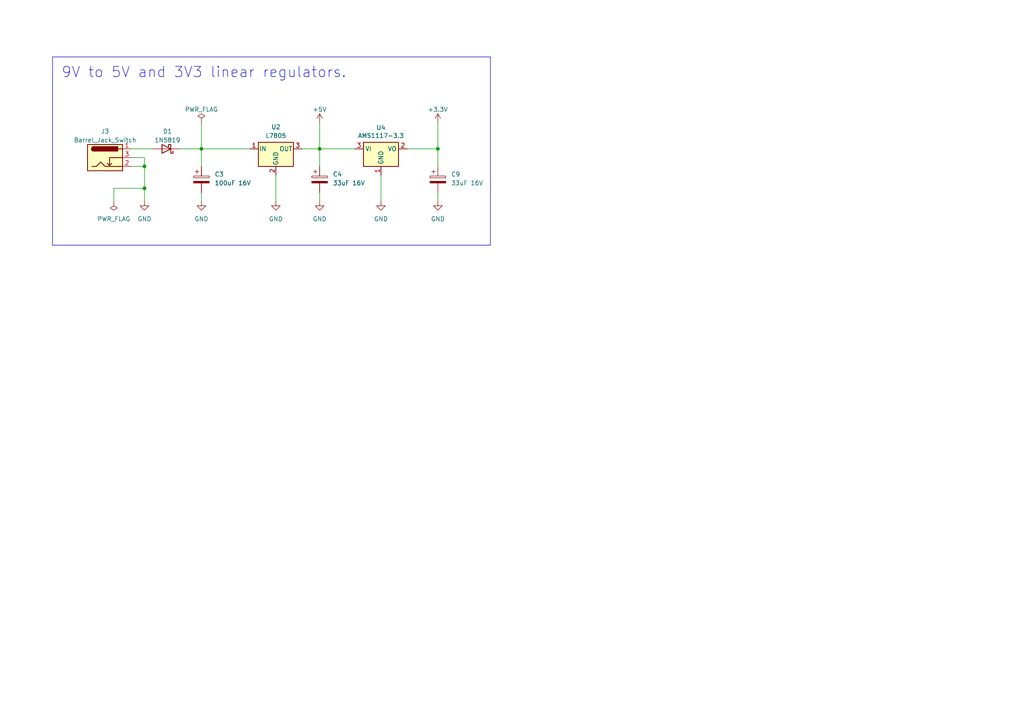
<source format=kicad_sch>
(kicad_sch (version 20230121) (generator eeschema)

  (uuid f0079e69-9784-4242-a0fc-da1ddfe90ef0)

  (paper "A4")

  (title_block
    (title "AT90S8535 demo board")
    (date "2023-04-01")
    (rev "V1.0")
    (company "https://github.com/atoomnetmarc/AVR-demo-board")
    (comment 1 "Apache License, version 2.0")
  )

  (lib_symbols
    (symbol "Connector:Barrel_Jack_Switch" (pin_names hide) (in_bom yes) (on_board yes)
      (property "Reference" "J" (at 0 5.334 0)
        (effects (font (size 1.27 1.27)))
      )
      (property "Value" "Barrel_Jack_Switch" (at 0 -5.08 0)
        (effects (font (size 1.27 1.27)))
      )
      (property "Footprint" "" (at 1.27 -1.016 0)
        (effects (font (size 1.27 1.27)) hide)
      )
      (property "Datasheet" "~" (at 1.27 -1.016 0)
        (effects (font (size 1.27 1.27)) hide)
      )
      (property "ki_keywords" "DC power barrel jack connector" (at 0 0 0)
        (effects (font (size 1.27 1.27)) hide)
      )
      (property "ki_description" "DC Barrel Jack with an internal switch" (at 0 0 0)
        (effects (font (size 1.27 1.27)) hide)
      )
      (property "ki_fp_filters" "BarrelJack*" (at 0 0 0)
        (effects (font (size 1.27 1.27)) hide)
      )
      (symbol "Barrel_Jack_Switch_0_1"
        (rectangle (start -5.08 3.81) (end 5.08 -3.81)
          (stroke (width 0.254) (type default))
          (fill (type background))
        )
        (arc (start -3.302 3.175) (mid -3.9343 2.54) (end -3.302 1.905)
          (stroke (width 0.254) (type default))
          (fill (type none))
        )
        (arc (start -3.302 3.175) (mid -3.9343 2.54) (end -3.302 1.905)
          (stroke (width 0.254) (type default))
          (fill (type outline))
        )
        (polyline
          (pts
            (xy 1.27 -2.286)
            (xy 1.905 -1.651)
          )
          (stroke (width 0.254) (type default))
          (fill (type none))
        )
        (polyline
          (pts
            (xy 5.08 2.54)
            (xy 3.81 2.54)
          )
          (stroke (width 0.254) (type default))
          (fill (type none))
        )
        (polyline
          (pts
            (xy 5.08 0)
            (xy 1.27 0)
            (xy 1.27 -2.286)
            (xy 0.635 -1.651)
          )
          (stroke (width 0.254) (type default))
          (fill (type none))
        )
        (polyline
          (pts
            (xy -3.81 -2.54)
            (xy -2.54 -2.54)
            (xy -1.27 -1.27)
            (xy 0 -2.54)
            (xy 2.54 -2.54)
            (xy 5.08 -2.54)
          )
          (stroke (width 0.254) (type default))
          (fill (type none))
        )
        (rectangle (start 3.683 3.175) (end -3.302 1.905)
          (stroke (width 0.254) (type default))
          (fill (type outline))
        )
      )
      (symbol "Barrel_Jack_Switch_1_1"
        (pin passive line (at 7.62 2.54 180) (length 2.54)
          (name "~" (effects (font (size 1.27 1.27))))
          (number "1" (effects (font (size 1.27 1.27))))
        )
        (pin passive line (at 7.62 -2.54 180) (length 2.54)
          (name "~" (effects (font (size 1.27 1.27))))
          (number "2" (effects (font (size 1.27 1.27))))
        )
        (pin passive line (at 7.62 0 180) (length 2.54)
          (name "~" (effects (font (size 1.27 1.27))))
          (number "3" (effects (font (size 1.27 1.27))))
        )
      )
    )
    (symbol "Device:C_Polarized" (pin_numbers hide) (pin_names (offset 0.254)) (in_bom yes) (on_board yes)
      (property "Reference" "C" (at 0.635 2.54 0)
        (effects (font (size 1.27 1.27)) (justify left))
      )
      (property "Value" "C_Polarized" (at 0.635 -2.54 0)
        (effects (font (size 1.27 1.27)) (justify left))
      )
      (property "Footprint" "" (at 0.9652 -3.81 0)
        (effects (font (size 1.27 1.27)) hide)
      )
      (property "Datasheet" "~" (at 0 0 0)
        (effects (font (size 1.27 1.27)) hide)
      )
      (property "ki_keywords" "cap capacitor" (at 0 0 0)
        (effects (font (size 1.27 1.27)) hide)
      )
      (property "ki_description" "Polarized capacitor" (at 0 0 0)
        (effects (font (size 1.27 1.27)) hide)
      )
      (property "ki_fp_filters" "CP_*" (at 0 0 0)
        (effects (font (size 1.27 1.27)) hide)
      )
      (symbol "C_Polarized_0_1"
        (rectangle (start -2.286 0.508) (end 2.286 1.016)
          (stroke (width 0) (type default))
          (fill (type none))
        )
        (polyline
          (pts
            (xy -1.778 2.286)
            (xy -0.762 2.286)
          )
          (stroke (width 0) (type default))
          (fill (type none))
        )
        (polyline
          (pts
            (xy -1.27 2.794)
            (xy -1.27 1.778)
          )
          (stroke (width 0) (type default))
          (fill (type none))
        )
        (rectangle (start 2.286 -0.508) (end -2.286 -1.016)
          (stroke (width 0) (type default))
          (fill (type outline))
        )
      )
      (symbol "C_Polarized_1_1"
        (pin passive line (at 0 3.81 270) (length 2.794)
          (name "~" (effects (font (size 1.27 1.27))))
          (number "1" (effects (font (size 1.27 1.27))))
        )
        (pin passive line (at 0 -3.81 90) (length 2.794)
          (name "~" (effects (font (size 1.27 1.27))))
          (number "2" (effects (font (size 1.27 1.27))))
        )
      )
    )
    (symbol "Diode:1N5819" (pin_numbers hide) (pin_names (offset 1.016) hide) (in_bom yes) (on_board yes)
      (property "Reference" "D" (at 0 2.54 0)
        (effects (font (size 1.27 1.27)))
      )
      (property "Value" "1N5819" (at 0 -2.54 0)
        (effects (font (size 1.27 1.27)))
      )
      (property "Footprint" "Diode_THT:D_DO-41_SOD81_P10.16mm_Horizontal" (at 0 -4.445 0)
        (effects (font (size 1.27 1.27)) hide)
      )
      (property "Datasheet" "http://www.vishay.com/docs/88525/1n5817.pdf" (at 0 0 0)
        (effects (font (size 1.27 1.27)) hide)
      )
      (property "ki_keywords" "diode Schottky" (at 0 0 0)
        (effects (font (size 1.27 1.27)) hide)
      )
      (property "ki_description" "40V 1A Schottky Barrier Rectifier Diode, DO-41" (at 0 0 0)
        (effects (font (size 1.27 1.27)) hide)
      )
      (property "ki_fp_filters" "D*DO?41*" (at 0 0 0)
        (effects (font (size 1.27 1.27)) hide)
      )
      (symbol "1N5819_0_1"
        (polyline
          (pts
            (xy 1.27 0)
            (xy -1.27 0)
          )
          (stroke (width 0) (type default))
          (fill (type none))
        )
        (polyline
          (pts
            (xy 1.27 1.27)
            (xy 1.27 -1.27)
            (xy -1.27 0)
            (xy 1.27 1.27)
          )
          (stroke (width 0.254) (type default))
          (fill (type none))
        )
        (polyline
          (pts
            (xy -1.905 0.635)
            (xy -1.905 1.27)
            (xy -1.27 1.27)
            (xy -1.27 -1.27)
            (xy -0.635 -1.27)
            (xy -0.635 -0.635)
          )
          (stroke (width 0.254) (type default))
          (fill (type none))
        )
      )
      (symbol "1N5819_1_1"
        (pin passive line (at -3.81 0 0) (length 2.54)
          (name "K" (effects (font (size 1.27 1.27))))
          (number "1" (effects (font (size 1.27 1.27))))
        )
        (pin passive line (at 3.81 0 180) (length 2.54)
          (name "A" (effects (font (size 1.27 1.27))))
          (number "2" (effects (font (size 1.27 1.27))))
        )
      )
    )
    (symbol "Regulator_Linear:AMS1117-3.3" (in_bom yes) (on_board yes)
      (property "Reference" "U" (at -3.81 3.175 0)
        (effects (font (size 1.27 1.27)))
      )
      (property "Value" "AMS1117-3.3" (at 0 3.175 0)
        (effects (font (size 1.27 1.27)) (justify left))
      )
      (property "Footprint" "Package_TO_SOT_SMD:SOT-223-3_TabPin2" (at 0 5.08 0)
        (effects (font (size 1.27 1.27)) hide)
      )
      (property "Datasheet" "http://www.advanced-monolithic.com/pdf/ds1117.pdf" (at 2.54 -6.35 0)
        (effects (font (size 1.27 1.27)) hide)
      )
      (property "ki_keywords" "linear regulator ldo fixed positive" (at 0 0 0)
        (effects (font (size 1.27 1.27)) hide)
      )
      (property "ki_description" "1A Low Dropout regulator, positive, 3.3V fixed output, SOT-223" (at 0 0 0)
        (effects (font (size 1.27 1.27)) hide)
      )
      (property "ki_fp_filters" "SOT?223*TabPin2*" (at 0 0 0)
        (effects (font (size 1.27 1.27)) hide)
      )
      (symbol "AMS1117-3.3_0_1"
        (rectangle (start -5.08 -5.08) (end 5.08 1.905)
          (stroke (width 0.254) (type default))
          (fill (type background))
        )
      )
      (symbol "AMS1117-3.3_1_1"
        (pin power_in line (at 0 -7.62 90) (length 2.54)
          (name "GND" (effects (font (size 1.27 1.27))))
          (number "1" (effects (font (size 1.27 1.27))))
        )
        (pin power_out line (at 7.62 0 180) (length 2.54)
          (name "VO" (effects (font (size 1.27 1.27))))
          (number "2" (effects (font (size 1.27 1.27))))
        )
        (pin power_in line (at -7.62 0 0) (length 2.54)
          (name "VI" (effects (font (size 1.27 1.27))))
          (number "3" (effects (font (size 1.27 1.27))))
        )
      )
    )
    (symbol "Regulator_Linear:L7805" (pin_names (offset 0.254)) (in_bom yes) (on_board yes)
      (property "Reference" "U" (at -3.81 3.175 0)
        (effects (font (size 1.27 1.27)))
      )
      (property "Value" "L7805" (at 0 3.175 0)
        (effects (font (size 1.27 1.27)) (justify left))
      )
      (property "Footprint" "" (at 0.635 -3.81 0)
        (effects (font (size 1.27 1.27) italic) (justify left) hide)
      )
      (property "Datasheet" "http://www.st.com/content/ccc/resource/technical/document/datasheet/41/4f/b3/b0/12/d4/47/88/CD00000444.pdf/files/CD00000444.pdf/jcr:content/translations/en.CD00000444.pdf" (at 0 -1.27 0)
        (effects (font (size 1.27 1.27)) hide)
      )
      (property "ki_keywords" "Voltage Regulator 1.5A Positive" (at 0 0 0)
        (effects (font (size 1.27 1.27)) hide)
      )
      (property "ki_description" "Positive 1.5A 35V Linear Regulator, Fixed Output 5V, TO-220/TO-263/TO-252" (at 0 0 0)
        (effects (font (size 1.27 1.27)) hide)
      )
      (property "ki_fp_filters" "TO?252* TO?263* TO?220*" (at 0 0 0)
        (effects (font (size 1.27 1.27)) hide)
      )
      (symbol "L7805_0_1"
        (rectangle (start -5.08 1.905) (end 5.08 -5.08)
          (stroke (width 0.254) (type default))
          (fill (type background))
        )
      )
      (symbol "L7805_1_1"
        (pin power_in line (at -7.62 0 0) (length 2.54)
          (name "IN" (effects (font (size 1.27 1.27))))
          (number "1" (effects (font (size 1.27 1.27))))
        )
        (pin power_in line (at 0 -7.62 90) (length 2.54)
          (name "GND" (effects (font (size 1.27 1.27))))
          (number "2" (effects (font (size 1.27 1.27))))
        )
        (pin power_out line (at 7.62 0 180) (length 2.54)
          (name "OUT" (effects (font (size 1.27 1.27))))
          (number "3" (effects (font (size 1.27 1.27))))
        )
      )
    )
    (symbol "power:+3.3V" (power) (pin_names (offset 0)) (in_bom yes) (on_board yes)
      (property "Reference" "#PWR" (at 0 -3.81 0)
        (effects (font (size 1.27 1.27)) hide)
      )
      (property "Value" "+3.3V" (at 0 3.556 0)
        (effects (font (size 1.27 1.27)))
      )
      (property "Footprint" "" (at 0 0 0)
        (effects (font (size 1.27 1.27)) hide)
      )
      (property "Datasheet" "" (at 0 0 0)
        (effects (font (size 1.27 1.27)) hide)
      )
      (property "ki_keywords" "global power" (at 0 0 0)
        (effects (font (size 1.27 1.27)) hide)
      )
      (property "ki_description" "Power symbol creates a global label with name \"+3.3V\"" (at 0 0 0)
        (effects (font (size 1.27 1.27)) hide)
      )
      (symbol "+3.3V_0_1"
        (polyline
          (pts
            (xy -0.762 1.27)
            (xy 0 2.54)
          )
          (stroke (width 0) (type default))
          (fill (type none))
        )
        (polyline
          (pts
            (xy 0 0)
            (xy 0 2.54)
          )
          (stroke (width 0) (type default))
          (fill (type none))
        )
        (polyline
          (pts
            (xy 0 2.54)
            (xy 0.762 1.27)
          )
          (stroke (width 0) (type default))
          (fill (type none))
        )
      )
      (symbol "+3.3V_1_1"
        (pin power_in line (at 0 0 90) (length 0) hide
          (name "+3.3V" (effects (font (size 1.27 1.27))))
          (number "1" (effects (font (size 1.27 1.27))))
        )
      )
    )
    (symbol "power:+5V" (power) (pin_names (offset 0)) (in_bom yes) (on_board yes)
      (property "Reference" "#PWR" (at 0 -3.81 0)
        (effects (font (size 1.27 1.27)) hide)
      )
      (property "Value" "+5V" (at 0 3.556 0)
        (effects (font (size 1.27 1.27)))
      )
      (property "Footprint" "" (at 0 0 0)
        (effects (font (size 1.27 1.27)) hide)
      )
      (property "Datasheet" "" (at 0 0 0)
        (effects (font (size 1.27 1.27)) hide)
      )
      (property "ki_keywords" "global power" (at 0 0 0)
        (effects (font (size 1.27 1.27)) hide)
      )
      (property "ki_description" "Power symbol creates a global label with name \"+5V\"" (at 0 0 0)
        (effects (font (size 1.27 1.27)) hide)
      )
      (symbol "+5V_0_1"
        (polyline
          (pts
            (xy -0.762 1.27)
            (xy 0 2.54)
          )
          (stroke (width 0) (type default))
          (fill (type none))
        )
        (polyline
          (pts
            (xy 0 0)
            (xy 0 2.54)
          )
          (stroke (width 0) (type default))
          (fill (type none))
        )
        (polyline
          (pts
            (xy 0 2.54)
            (xy 0.762 1.27)
          )
          (stroke (width 0) (type default))
          (fill (type none))
        )
      )
      (symbol "+5V_1_1"
        (pin power_in line (at 0 0 90) (length 0) hide
          (name "+5V" (effects (font (size 1.27 1.27))))
          (number "1" (effects (font (size 1.27 1.27))))
        )
      )
    )
    (symbol "power:GND" (power) (pin_names (offset 0)) (in_bom yes) (on_board yes)
      (property "Reference" "#PWR" (at 0 -6.35 0)
        (effects (font (size 1.27 1.27)) hide)
      )
      (property "Value" "GND" (at 0 -3.81 0)
        (effects (font (size 1.27 1.27)))
      )
      (property "Footprint" "" (at 0 0 0)
        (effects (font (size 1.27 1.27)) hide)
      )
      (property "Datasheet" "" (at 0 0 0)
        (effects (font (size 1.27 1.27)) hide)
      )
      (property "ki_keywords" "global power" (at 0 0 0)
        (effects (font (size 1.27 1.27)) hide)
      )
      (property "ki_description" "Power symbol creates a global label with name \"GND\" , ground" (at 0 0 0)
        (effects (font (size 1.27 1.27)) hide)
      )
      (symbol "GND_0_1"
        (polyline
          (pts
            (xy 0 0)
            (xy 0 -1.27)
            (xy 1.27 -1.27)
            (xy 0 -2.54)
            (xy -1.27 -1.27)
            (xy 0 -1.27)
          )
          (stroke (width 0) (type default))
          (fill (type none))
        )
      )
      (symbol "GND_1_1"
        (pin power_in line (at 0 0 270) (length 0) hide
          (name "GND" (effects (font (size 1.27 1.27))))
          (number "1" (effects (font (size 1.27 1.27))))
        )
      )
    )
    (symbol "power:PWR_FLAG" (power) (pin_numbers hide) (pin_names (offset 0) hide) (in_bom yes) (on_board yes)
      (property "Reference" "#FLG" (at 0 1.905 0)
        (effects (font (size 1.27 1.27)) hide)
      )
      (property "Value" "PWR_FLAG" (at 0 3.81 0)
        (effects (font (size 1.27 1.27)))
      )
      (property "Footprint" "" (at 0 0 0)
        (effects (font (size 1.27 1.27)) hide)
      )
      (property "Datasheet" "~" (at 0 0 0)
        (effects (font (size 1.27 1.27)) hide)
      )
      (property "ki_keywords" "flag power" (at 0 0 0)
        (effects (font (size 1.27 1.27)) hide)
      )
      (property "ki_description" "Special symbol for telling ERC where power comes from" (at 0 0 0)
        (effects (font (size 1.27 1.27)) hide)
      )
      (symbol "PWR_FLAG_0_0"
        (pin power_out line (at 0 0 90) (length 0)
          (name "pwr" (effects (font (size 1.27 1.27))))
          (number "1" (effects (font (size 1.27 1.27))))
        )
      )
      (symbol "PWR_FLAG_0_1"
        (polyline
          (pts
            (xy 0 0)
            (xy 0 1.27)
            (xy -1.016 1.905)
            (xy 0 2.54)
            (xy 1.016 1.905)
            (xy 0 1.27)
          )
          (stroke (width 0) (type default))
          (fill (type none))
        )
      )
    )
  )

  (junction (at 92.71 43.18) (diameter 0) (color 0 0 0 0)
    (uuid 026d3bfd-d2ec-4e5b-b571-4a161ffadd25)
  )
  (junction (at 127 43.18) (diameter 0) (color 0 0 0 0)
    (uuid 1e22846a-d667-451b-a11a-4d979f0aa069)
  )
  (junction (at 41.91 54.61) (diameter 0) (color 0 0 0 0)
    (uuid 42e785b5-c83d-4f70-a451-3373070889b6)
  )
  (junction (at 58.42 43.18) (diameter 0) (color 0 0 0 0)
    (uuid 98272cf7-5ae7-4a1b-aa24-8f22bb63f378)
  )
  (junction (at 41.91 48.26) (diameter 0) (color 0 0 0 0)
    (uuid de7fbaf8-8f50-4d7a-8547-0fa15fd5d286)
  )

  (wire (pts (xy 52.07 43.18) (xy 58.42 43.18))
    (stroke (width 0) (type default))
    (uuid 0fb9935c-b9f5-496f-830d-35c6139a9916)
  )
  (wire (pts (xy 72.39 43.18) (xy 58.42 43.18))
    (stroke (width 0) (type default))
    (uuid 0ff25f76-29e8-4441-8d56-119c58102b52)
  )
  (wire (pts (xy 33.02 54.61) (xy 41.91 54.61))
    (stroke (width 0) (type default))
    (uuid 2b79717d-6f33-4e30-a4ed-bb716e547492)
  )
  (wire (pts (xy 118.11 43.18) (xy 127 43.18))
    (stroke (width 0) (type default))
    (uuid 2b80b0f3-5984-4fac-a0c0-260cd2c3ffd8)
  )
  (wire (pts (xy 38.1 45.72) (xy 41.91 45.72))
    (stroke (width 0) (type default))
    (uuid 3362fe0a-124d-4582-807f-5c279f6a2c42)
  )
  (wire (pts (xy 87.63 43.18) (xy 92.71 43.18))
    (stroke (width 0) (type default))
    (uuid 3af1b268-f46e-48fd-a951-d45bdc60c53e)
  )
  (wire (pts (xy 41.91 45.72) (xy 41.91 48.26))
    (stroke (width 0) (type default))
    (uuid 4d3f0403-3cd9-43b4-92d2-b5fb111466aa)
  )
  (wire (pts (xy 92.71 55.88) (xy 92.71 58.42))
    (stroke (width 0) (type default))
    (uuid 4f52b0c3-edcf-4dba-8ec4-966c262fd415)
  )
  (wire (pts (xy 80.01 50.8) (xy 80.01 58.42))
    (stroke (width 0) (type default))
    (uuid 50b526c8-9d07-434c-8f26-3d9042e2ad2d)
  )
  (wire (pts (xy 92.71 35.56) (xy 92.71 43.18))
    (stroke (width 0) (type default))
    (uuid 5fe2311d-11e1-46ef-98dd-a179cdbc05fa)
  )
  (wire (pts (xy 92.71 43.18) (xy 92.71 48.26))
    (stroke (width 0) (type default))
    (uuid 6ca295f6-d70b-4990-907e-634713acb8dc)
  )
  (wire (pts (xy 110.49 50.8) (xy 110.49 58.42))
    (stroke (width 0) (type default))
    (uuid a288a8b4-df50-4dfa-a215-cbb09d1e17d2)
  )
  (wire (pts (xy 38.1 43.18) (xy 44.45 43.18))
    (stroke (width 0) (type default))
    (uuid a48e7942-e65f-4c74-abcc-06ef0ee205c2)
  )
  (wire (pts (xy 58.42 43.18) (xy 58.42 48.26))
    (stroke (width 0) (type default))
    (uuid a5b88091-2d5d-4c10-bb88-d6bc376b628a)
  )
  (wire (pts (xy 38.1 48.26) (xy 41.91 48.26))
    (stroke (width 0) (type default))
    (uuid b14a74ed-c79c-4555-92b4-5a69a44bc767)
  )
  (wire (pts (xy 58.42 55.88) (xy 58.42 58.42))
    (stroke (width 0) (type default))
    (uuid c303f0ad-59ed-4945-ae49-a8672e75eadf)
  )
  (wire (pts (xy 33.02 58.42) (xy 33.02 54.61))
    (stroke (width 0) (type default))
    (uuid ca130af8-8e45-4609-9f2b-3b7e0000ba2e)
  )
  (wire (pts (xy 92.71 43.18) (xy 102.87 43.18))
    (stroke (width 0) (type default))
    (uuid ca6f6a3a-d3cf-4d0c-8efa-e551f3600500)
  )
  (wire (pts (xy 127 55.88) (xy 127 58.42))
    (stroke (width 0) (type default))
    (uuid ddf9d822-1e72-4bb6-9a9e-84e6c8af13fb)
  )
  (wire (pts (xy 127 43.18) (xy 127 48.26))
    (stroke (width 0) (type default))
    (uuid e5e90be9-bd7e-4e7a-9754-db8956a6f77d)
  )
  (wire (pts (xy 127 35.56) (xy 127 43.18))
    (stroke (width 0) (type default))
    (uuid f1c7bcae-9cf1-4a4d-9258-ed8b20040f5c)
  )
  (wire (pts (xy 58.42 35.56) (xy 58.42 43.18))
    (stroke (width 0) (type default))
    (uuid f424a3ce-5b8f-465c-b2ea-bf214965eff7)
  )
  (wire (pts (xy 41.91 54.61) (xy 41.91 58.42))
    (stroke (width 0) (type default))
    (uuid f5741b27-aef4-46a5-a341-e9500a53591b)
  )
  (wire (pts (xy 41.91 48.26) (xy 41.91 54.61))
    (stroke (width 0) (type default))
    (uuid f9cad14f-97c9-41c7-a4f2-68a38d3b8d26)
  )

  (rectangle (start 15.24 16.51) (end 142.24 71.12)
    (stroke (width 0) (type default))
    (fill (type none))
    (uuid 3cc821f8-916d-4d1d-a892-f0198f819565)
  )

  (text "9V to 5V and 3V3 linear regulators." (at 17.78 22.86 0)
    (effects (font (size 3 3)) (justify left bottom))
    (uuid 22ac0098-92ac-465c-953f-5ba712522ec0)
  )

  (symbol (lib_id "power:PWR_FLAG") (at 33.02 58.42 180) (unit 1)
    (in_bom yes) (on_board yes) (dnp no) (fields_autoplaced)
    (uuid 01e65091-b830-43c6-8bbc-806fe135047a)
    (property "Reference" "#FLG02" (at 33.02 60.325 0)
      (effects (font (size 1.27 1.27)) hide)
    )
    (property "Value" "PWR_FLAG" (at 33.02 63.5 0)
      (effects (font (size 1.27 1.27)))
    )
    (property "Footprint" "" (at 33.02 58.42 0)
      (effects (font (size 1.27 1.27)) hide)
    )
    (property "Datasheet" "~" (at 33.02 58.42 0)
      (effects (font (size 1.27 1.27)) hide)
    )
    (pin "1" (uuid 7a072634-f585-42c4-ac82-a616632fc2e4))
    (instances
      (project "at90s8535"
        (path "/b25be410-ef2b-47a5-b0e7-4e30ab693d4d/0e5caf74-7320-43cb-b2de-7beefe766b67"
          (reference "#FLG02") (unit 1)
        )
      )
    )
  )

  (symbol (lib_id "power:+3.3V") (at 127 35.56 0) (unit 1)
    (in_bom yes) (on_board yes) (dnp no) (fields_autoplaced)
    (uuid 1762c53a-8c3d-4c0a-91af-ba60673cc40c)
    (property "Reference" "#PWR036" (at 127 39.37 0)
      (effects (font (size 1.27 1.27)) hide)
    )
    (property "Value" "+3.3V" (at 127 31.75 0)
      (effects (font (size 1.27 1.27)))
    )
    (property "Footprint" "" (at 127 35.56 0)
      (effects (font (size 1.27 1.27)) hide)
    )
    (property "Datasheet" "" (at 127 35.56 0)
      (effects (font (size 1.27 1.27)) hide)
    )
    (pin "1" (uuid b2a39f56-d5bb-42e6-9d5b-a63c1b007fb8))
    (instances
      (project "at90s8535"
        (path "/b25be410-ef2b-47a5-b0e7-4e30ab693d4d"
          (reference "#PWR036") (unit 1)
        )
        (path "/b25be410-ef2b-47a5-b0e7-4e30ab693d4d/0e5caf74-7320-43cb-b2de-7beefe766b67"
          (reference "#PWR037") (unit 1)
        )
      )
    )
  )

  (symbol (lib_id "power:GND") (at 58.42 58.42 0) (unit 1)
    (in_bom yes) (on_board yes) (dnp no) (fields_autoplaced)
    (uuid 2c0e2411-1c34-4d81-b749-e1320811f14f)
    (property "Reference" "#PWR012" (at 58.42 64.77 0)
      (effects (font (size 1.27 1.27)) hide)
    )
    (property "Value" "GND" (at 58.42 63.5 0)
      (effects (font (size 1.27 1.27)))
    )
    (property "Footprint" "" (at 58.42 58.42 0)
      (effects (font (size 1.27 1.27)) hide)
    )
    (property "Datasheet" "" (at 58.42 58.42 0)
      (effects (font (size 1.27 1.27)) hide)
    )
    (pin "1" (uuid a1d1d5ac-6aca-45b1-8728-eb401e8773d0))
    (instances
      (project "at90s8535"
        (path "/b25be410-ef2b-47a5-b0e7-4e30ab693d4d"
          (reference "#PWR012") (unit 1)
        )
        (path "/b25be410-ef2b-47a5-b0e7-4e30ab693d4d/0e5caf74-7320-43cb-b2de-7beefe766b67"
          (reference "#PWR012") (unit 1)
        )
      )
    )
  )

  (symbol (lib_id "power:GND") (at 127 58.42 0) (unit 1)
    (in_bom yes) (on_board yes) (dnp no) (fields_autoplaced)
    (uuid 3ff16536-30f4-494d-b309-b8a1b1eabf1d)
    (property "Reference" "#PWR035" (at 127 64.77 0)
      (effects (font (size 1.27 1.27)) hide)
    )
    (property "Value" "GND" (at 127 63.5 0)
      (effects (font (size 1.27 1.27)))
    )
    (property "Footprint" "" (at 127 58.42 0)
      (effects (font (size 1.27 1.27)) hide)
    )
    (property "Datasheet" "" (at 127 58.42 0)
      (effects (font (size 1.27 1.27)) hide)
    )
    (pin "1" (uuid d1a95a5c-3812-4540-bf25-683ab7975044))
    (instances
      (project "at90s8535"
        (path "/b25be410-ef2b-47a5-b0e7-4e30ab693d4d"
          (reference "#PWR035") (unit 1)
        )
        (path "/b25be410-ef2b-47a5-b0e7-4e30ab693d4d/0e5caf74-7320-43cb-b2de-7beefe766b67"
          (reference "#PWR047") (unit 1)
        )
      )
    )
  )

  (symbol (lib_id "Device:C_Polarized") (at 92.71 52.07 0) (unit 1)
    (in_bom yes) (on_board yes) (dnp no) (fields_autoplaced)
    (uuid 5989be92-f05c-4ebc-83a6-6bb579c334ba)
    (property "Reference" "C4" (at 96.52 50.546 0)
      (effects (font (size 1.27 1.27)) (justify left))
    )
    (property "Value" "33uF 16V" (at 96.52 53.086 0)
      (effects (font (size 1.27 1.27)) (justify left))
    )
    (property "Footprint" "Capacitor_THT:CP_Radial_D6.3mm_P2.50mm" (at 93.6752 55.88 0)
      (effects (font (size 1.27 1.27)) hide)
    )
    (property "Datasheet" "~" (at 92.71 52.07 0)
      (effects (font (size 1.27 1.27)) hide)
    )
    (pin "1" (uuid 4bb4e9fd-3a31-456d-a0e8-c402f8ed1777))
    (pin "2" (uuid b236fdc6-7902-4f3e-9601-b28bc0ba7c14))
    (instances
      (project "at90s8535"
        (path "/b25be410-ef2b-47a5-b0e7-4e30ab693d4d"
          (reference "C4") (unit 1)
        )
        (path "/b25be410-ef2b-47a5-b0e7-4e30ab693d4d/0e5caf74-7320-43cb-b2de-7beefe766b67"
          (reference "C4") (unit 1)
        )
      )
    )
  )

  (symbol (lib_id "power:PWR_FLAG") (at 58.42 35.56 0) (unit 1)
    (in_bom yes) (on_board yes) (dnp no) (fields_autoplaced)
    (uuid 7f2119ce-0961-4cd0-809f-36b1713863da)
    (property "Reference" "#FLG01" (at 58.42 33.655 0)
      (effects (font (size 1.27 1.27)) hide)
    )
    (property "Value" "PWR_FLAG" (at 58.42 31.75 0)
      (effects (font (size 1.27 1.27)))
    )
    (property "Footprint" "" (at 58.42 35.56 0)
      (effects (font (size 1.27 1.27)) hide)
    )
    (property "Datasheet" "~" (at 58.42 35.56 0)
      (effects (font (size 1.27 1.27)) hide)
    )
    (pin "1" (uuid 832fc565-3188-43ab-8b1a-c174af04520d))
    (instances
      (project "at90s8535"
        (path "/b25be410-ef2b-47a5-b0e7-4e30ab693d4d/0e5caf74-7320-43cb-b2de-7beefe766b67"
          (reference "#FLG01") (unit 1)
        )
      )
    )
  )

  (symbol (lib_id "Device:C_Polarized") (at 127 52.07 0) (unit 1)
    (in_bom yes) (on_board yes) (dnp no) (fields_autoplaced)
    (uuid 81ea8f02-1168-4d73-9903-bf83aa3ba276)
    (property "Reference" "C9" (at 130.81 50.546 0)
      (effects (font (size 1.27 1.27)) (justify left))
    )
    (property "Value" "33uF 16V" (at 130.81 53.086 0)
      (effects (font (size 1.27 1.27)) (justify left))
    )
    (property "Footprint" "Capacitor_THT:CP_Radial_D6.3mm_P2.50mm" (at 127.9652 55.88 0)
      (effects (font (size 1.27 1.27)) hide)
    )
    (property "Datasheet" "~" (at 127 52.07 0)
      (effects (font (size 1.27 1.27)) hide)
    )
    (pin "1" (uuid 23adab3c-8073-4a01-b7f7-418a012ec8f9))
    (pin "2" (uuid deb416dc-17b5-4cf1-af4d-53cf5f1597d3))
    (instances
      (project "at90s8535"
        (path "/b25be410-ef2b-47a5-b0e7-4e30ab693d4d"
          (reference "C9") (unit 1)
        )
        (path "/b25be410-ef2b-47a5-b0e7-4e30ab693d4d/0e5caf74-7320-43cb-b2de-7beefe766b67"
          (reference "C9") (unit 1)
        )
      )
    )
  )

  (symbol (lib_id "power:GND") (at 80.01 58.42 0) (unit 1)
    (in_bom yes) (on_board yes) (dnp no) (fields_autoplaced)
    (uuid 899c858e-db97-425c-a680-8496ee4fd078)
    (property "Reference" "#PWR011" (at 80.01 64.77 0)
      (effects (font (size 1.27 1.27)) hide)
    )
    (property "Value" "GND" (at 80.01 63.5 0)
      (effects (font (size 1.27 1.27)))
    )
    (property "Footprint" "" (at 80.01 58.42 0)
      (effects (font (size 1.27 1.27)) hide)
    )
    (property "Datasheet" "" (at 80.01 58.42 0)
      (effects (font (size 1.27 1.27)) hide)
    )
    (pin "1" (uuid 1480c8fa-6582-4d8c-9bce-e42a4d7e6b14))
    (instances
      (project "at90s8535"
        (path "/b25be410-ef2b-47a5-b0e7-4e30ab693d4d"
          (reference "#PWR011") (unit 1)
        )
        (path "/b25be410-ef2b-47a5-b0e7-4e30ab693d4d/0e5caf74-7320-43cb-b2de-7beefe766b67"
          (reference "#PWR013") (unit 1)
        )
      )
    )
  )

  (symbol (lib_id "power:+5V") (at 92.71 35.56 0) (unit 1)
    (in_bom yes) (on_board yes) (dnp no) (fields_autoplaced)
    (uuid 93707a2d-32a9-404e-828d-2c10cdb1caaa)
    (property "Reference" "#PWR014" (at 92.71 39.37 0)
      (effects (font (size 1.27 1.27)) hide)
    )
    (property "Value" "+5V" (at 92.71 31.75 0)
      (effects (font (size 1.27 1.27)))
    )
    (property "Footprint" "" (at 92.71 35.56 0)
      (effects (font (size 1.27 1.27)) hide)
    )
    (property "Datasheet" "" (at 92.71 35.56 0)
      (effects (font (size 1.27 1.27)) hide)
    )
    (pin "1" (uuid ddb6b112-50e9-4be0-a21a-f6b19cd99a04))
    (instances
      (project "at90s8535"
        (path "/b25be410-ef2b-47a5-b0e7-4e30ab693d4d"
          (reference "#PWR014") (unit 1)
        )
        (path "/b25be410-ef2b-47a5-b0e7-4e30ab693d4d/0e5caf74-7320-43cb-b2de-7beefe766b67"
          (reference "#PWR014") (unit 1)
        )
      )
    )
  )

  (symbol (lib_id "Regulator_Linear:AMS1117-3.3") (at 110.49 43.18 0) (unit 1)
    (in_bom yes) (on_board yes) (dnp no)
    (uuid a1648864-6f3a-4406-9652-8dfb360c46f5)
    (property "Reference" "U4" (at 110.49 37.0332 0)
      (effects (font (size 1.27 1.27)))
    )
    (property "Value" "AMS1117-3.3" (at 110.49 39.3446 0)
      (effects (font (size 1.27 1.27)))
    )
    (property "Footprint" "Package_TO_SOT_SMD:SOT-223-3_TabPin2" (at 110.49 38.1 0)
      (effects (font (size 1.27 1.27)) hide)
    )
    (property "Datasheet" "http://www.advanced-monolithic.com/pdf/ds1117.pdf" (at 113.03 49.53 0)
      (effects (font (size 1.27 1.27)) hide)
    )
    (pin "1" (uuid 610d45f3-71c8-4232-97e4-deb2ac04a245))
    (pin "2" (uuid ca724219-4d17-4493-a528-6ebca5642594))
    (pin "3" (uuid 10447713-4620-425a-8691-3b507bde639d))
    (instances
      (project "at90s8535"
        (path "/b25be410-ef2b-47a5-b0e7-4e30ab693d4d"
          (reference "U4") (unit 1)
        )
        (path "/b25be410-ef2b-47a5-b0e7-4e30ab693d4d/0e5caf74-7320-43cb-b2de-7beefe766b67"
          (reference "U4") (unit 1)
        )
      )
      (project "iCE40HX8K-EVB EXT2PMOD adapter"
        (path "/d3cbb1a5-51bc-4672-bae2-6f2b9f8a53d0"
          (reference "U1") (unit 1)
        )
      )
    )
  )

  (symbol (lib_id "power:GND") (at 92.71 58.42 0) (unit 1)
    (in_bom yes) (on_board yes) (dnp no) (fields_autoplaced)
    (uuid a4a8cb37-0ad2-4962-ad3a-4e8a75dd6a72)
    (property "Reference" "#PWR013" (at 92.71 64.77 0)
      (effects (font (size 1.27 1.27)) hide)
    )
    (property "Value" "GND" (at 92.71 63.5 0)
      (effects (font (size 1.27 1.27)))
    )
    (property "Footprint" "" (at 92.71 58.42 0)
      (effects (font (size 1.27 1.27)) hide)
    )
    (property "Datasheet" "" (at 92.71 58.42 0)
      (effects (font (size 1.27 1.27)) hide)
    )
    (pin "1" (uuid e5a8ddce-2e35-4207-88cb-da0cb18158f3))
    (instances
      (project "at90s8535"
        (path "/b25be410-ef2b-47a5-b0e7-4e30ab693d4d"
          (reference "#PWR013") (unit 1)
        )
        (path "/b25be410-ef2b-47a5-b0e7-4e30ab693d4d/0e5caf74-7320-43cb-b2de-7beefe766b67"
          (reference "#PWR015") (unit 1)
        )
      )
    )
  )

  (symbol (lib_id "power:GND") (at 41.91 58.42 0) (unit 1)
    (in_bom yes) (on_board yes) (dnp no) (fields_autoplaced)
    (uuid ba1c5adb-87fc-4f51-b3bb-824b7b4d4032)
    (property "Reference" "#PWR015" (at 41.91 64.77 0)
      (effects (font (size 1.27 1.27)) hide)
    )
    (property "Value" "GND" (at 41.91 63.5 0)
      (effects (font (size 1.27 1.27)))
    )
    (property "Footprint" "" (at 41.91 58.42 0)
      (effects (font (size 1.27 1.27)) hide)
    )
    (property "Datasheet" "" (at 41.91 58.42 0)
      (effects (font (size 1.27 1.27)) hide)
    )
    (pin "1" (uuid 6c8acc55-8942-4f30-bcfe-8300b47f5b9d))
    (instances
      (project "at90s8535"
        (path "/b25be410-ef2b-47a5-b0e7-4e30ab693d4d"
          (reference "#PWR015") (unit 1)
        )
        (path "/b25be410-ef2b-47a5-b0e7-4e30ab693d4d/0e5caf74-7320-43cb-b2de-7beefe766b67"
          (reference "#PWR011") (unit 1)
        )
      )
    )
  )

  (symbol (lib_id "Device:C_Polarized") (at 58.42 52.07 0) (unit 1)
    (in_bom yes) (on_board yes) (dnp no) (fields_autoplaced)
    (uuid bfe350bb-1ff0-44b5-a536-714e6d62cd38)
    (property "Reference" "C3" (at 62.23 50.546 0)
      (effects (font (size 1.27 1.27)) (justify left))
    )
    (property "Value" "100uF 16V" (at 62.23 53.086 0)
      (effects (font (size 1.27 1.27)) (justify left))
    )
    (property "Footprint" "Capacitor_THT:CP_Radial_D6.3mm_P2.50mm" (at 59.3852 55.88 0)
      (effects (font (size 1.27 1.27)) hide)
    )
    (property "Datasheet" "~" (at 58.42 52.07 0)
      (effects (font (size 1.27 1.27)) hide)
    )
    (pin "1" (uuid 1cb813be-07de-44ad-a683-3808a70d3a0e))
    (pin "2" (uuid 877e939b-b68a-4f33-affa-0ed89b14d103))
    (instances
      (project "at90s8535"
        (path "/b25be410-ef2b-47a5-b0e7-4e30ab693d4d"
          (reference "C3") (unit 1)
        )
        (path "/b25be410-ef2b-47a5-b0e7-4e30ab693d4d/0e5caf74-7320-43cb-b2de-7beefe766b67"
          (reference "C3") (unit 1)
        )
      )
    )
  )

  (symbol (lib_id "power:GND") (at 110.49 58.42 0) (unit 1)
    (in_bom yes) (on_board yes) (dnp no) (fields_autoplaced)
    (uuid cdab0bc4-89ae-4b96-85d1-0d1f3c021dd9)
    (property "Reference" "#PWR037" (at 110.49 64.77 0)
      (effects (font (size 1.27 1.27)) hide)
    )
    (property "Value" "GND" (at 110.49 63.5 0)
      (effects (font (size 1.27 1.27)))
    )
    (property "Footprint" "" (at 110.49 58.42 0)
      (effects (font (size 1.27 1.27)) hide)
    )
    (property "Datasheet" "" (at 110.49 58.42 0)
      (effects (font (size 1.27 1.27)) hide)
    )
    (pin "1" (uuid cb991394-3cac-413c-8324-e7fcd3ed7037))
    (instances
      (project "at90s8535"
        (path "/b25be410-ef2b-47a5-b0e7-4e30ab693d4d"
          (reference "#PWR037") (unit 1)
        )
        (path "/b25be410-ef2b-47a5-b0e7-4e30ab693d4d/0e5caf74-7320-43cb-b2de-7beefe766b67"
          (reference "#PWR036") (unit 1)
        )
      )
    )
  )

  (symbol (lib_id "Diode:1N5819") (at 48.26 43.18 180) (unit 1)
    (in_bom yes) (on_board yes) (dnp no) (fields_autoplaced)
    (uuid d907e1ce-67f8-48fa-9549-63c2fe7b9450)
    (property "Reference" "D1" (at 48.5775 38.1 0)
      (effects (font (size 1.27 1.27)))
    )
    (property "Value" "1N5819" (at 48.5775 40.64 0)
      (effects (font (size 1.27 1.27)))
    )
    (property "Footprint" "Diode_THT:D_DO-41_SOD81_P10.16mm_Horizontal" (at 48.26 38.735 0)
      (effects (font (size 1.27 1.27)) hide)
    )
    (property "Datasheet" "http://www.vishay.com/docs/88525/1n5817.pdf" (at 48.26 43.18 0)
      (effects (font (size 1.27 1.27)) hide)
    )
    (pin "1" (uuid 32c7eaa6-b007-47a4-b293-3065eae1eade))
    (pin "2" (uuid 1cf64122-9130-481e-a9fa-002e637576e5))
    (instances
      (project "at90s8535"
        (path "/b25be410-ef2b-47a5-b0e7-4e30ab693d4d"
          (reference "D1") (unit 1)
        )
        (path "/b25be410-ef2b-47a5-b0e7-4e30ab693d4d/0e5caf74-7320-43cb-b2de-7beefe766b67"
          (reference "D1") (unit 1)
        )
      )
    )
  )

  (symbol (lib_id "Regulator_Linear:L7805") (at 80.01 43.18 0) (unit 1)
    (in_bom yes) (on_board yes) (dnp no) (fields_autoplaced)
    (uuid f389c39e-3fc9-4cab-adc8-0a01e32471b5)
    (property "Reference" "U2" (at 80.01 36.83 0)
      (effects (font (size 1.27 1.27)))
    )
    (property "Value" "L7805" (at 80.01 39.37 0)
      (effects (font (size 1.27 1.27)))
    )
    (property "Footprint" "Package_TO_SOT_THT:TO-220-3_Horizontal_TabDown" (at 80.645 46.99 0)
      (effects (font (size 1.27 1.27) italic) (justify left) hide)
    )
    (property "Datasheet" "http://www.st.com/content/ccc/resource/technical/document/datasheet/41/4f/b3/b0/12/d4/47/88/CD00000444.pdf/files/CD00000444.pdf/jcr:content/translations/en.CD00000444.pdf" (at 80.01 44.45 0)
      (effects (font (size 1.27 1.27)) hide)
    )
    (pin "1" (uuid a436cf8a-3e8a-4fed-97c7-9957a42a6026))
    (pin "2" (uuid fc8ee6cb-f643-483c-9002-ff70d890d469))
    (pin "3" (uuid 8eb441f2-5339-4b50-ae7f-4bdcdd4a2179))
    (instances
      (project "at90s8535"
        (path "/b25be410-ef2b-47a5-b0e7-4e30ab693d4d"
          (reference "U2") (unit 1)
        )
        (path "/b25be410-ef2b-47a5-b0e7-4e30ab693d4d/0e5caf74-7320-43cb-b2de-7beefe766b67"
          (reference "U2") (unit 1)
        )
      )
    )
  )

  (symbol (lib_id "Connector:Barrel_Jack_Switch") (at 30.48 45.72 0) (unit 1)
    (in_bom yes) (on_board yes) (dnp no) (fields_autoplaced)
    (uuid f5d2c6f8-1ad0-414f-b44a-92948d40a99f)
    (property "Reference" "J3" (at 30.48 38.1 0)
      (effects (font (size 1.27 1.27)))
    )
    (property "Value" "Barrel_Jack_Switch" (at 30.48 40.64 0)
      (effects (font (size 1.27 1.27)))
    )
    (property "Footprint" "Connector_BarrelJack-fixed:BarrelJack_Horizontal" (at 31.75 46.736 0)
      (effects (font (size 1.27 1.27)) hide)
    )
    (property "Datasheet" "~" (at 31.75 46.736 0)
      (effects (font (size 1.27 1.27)) hide)
    )
    (pin "1" (uuid 9bac5235-fd03-447d-9178-2c8f44426d51))
    (pin "2" (uuid 6457f730-f45e-49b0-a34a-c1c815b8d209))
    (pin "3" (uuid 1b793c3a-a7aa-4558-88d8-2cb37958f04c))
    (instances
      (project "at90s8535"
        (path "/b25be410-ef2b-47a5-b0e7-4e30ab693d4d"
          (reference "J3") (unit 1)
        )
        (path "/b25be410-ef2b-47a5-b0e7-4e30ab693d4d/0e5caf74-7320-43cb-b2de-7beefe766b67"
          (reference "J3") (unit 1)
        )
      )
    )
  )
)

</source>
